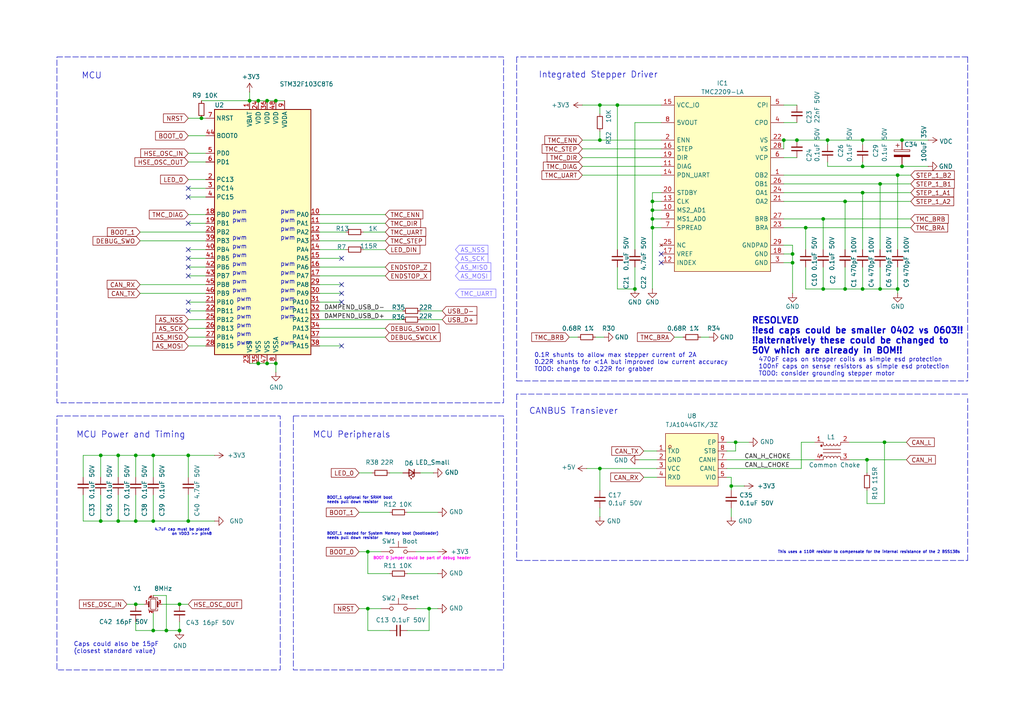
<source format=kicad_sch>
(kicad_sch (version 20250114) (generator "eeschema") (generator_version "9.0")
  (paper "A4")
  (title_block (title "MCU & ICS") (date "2021-10-17") (rev "0.0") (company "VORTAC DESIGN") (comment 1 "!! wip untested revesion !!") (comment 2 "Designed to be used with Klipper Firmware") (comment 3 "Canbus Networked Grabber Control Board") (comment 4 "-- VORTAC PCB --"))
  (rectangle (start 16.51 120.65) (end 81.28 194.31) (stroke (width 0) (type dash)))
  (rectangle (start 16.51 16.51) (end 146.05 116.84) (stroke (width 0) (type dash)))
  (rectangle (start 85.09 120.65) (end 146.05 194.31) (stroke (width 0) (type dash)))
  (text "pwm" (at 81.28 62.23 0) (effects (font (size 1.27 1.27)) (justify left bottom)))
  (text "pwm" (at 68.58 87.63 0) (effects (font (size 1.27 1.27)) (justify left bottom)))
  (text "pwm" (at 68.58 95.25 0) (effects (font (size 1.27 1.27)) (justify left bottom)))
  (text "pwm" (at 81.28 77.47 0) (effects (font (size 1.27 1.27)) (justify left bottom)))
  (text "RESOLVED\n!!esd caps could be smaller 0402 vs 0603!!\n!!alternatively these could be changed to \n50V which are already in BOM!!" (at 217.932 102.87 0) (effects (font (size 1.8034 1.8034) (thickness 0.3607) (bold yes)) (justify left bottom)))
  (text "pwm" (at 68.58 97.79 0) (effects (font (size 1.27 1.27)) (justify left bottom)))
  (text "0.1R shunts to allow max stepper current of 2A\n0.22R shunts for <1A but improved low current accuracy\nTODO: change to 0.22R for grabber" (at 154.94 107.95 0) (effects (font (size 1.27 1.27)) (justify left bottom)))
  (text "Caps could also be 15pF \n(closest standard value)" (at 21.336 189.738 0) (effects (font (size 1.27 1.27)) (justify left bottom)))
  (text "pwm" (at 68.58 92.71 0) (effects (font (size 1.27 1.27)) (justify left bottom)))
  (text "pwm" (at 67.31 77.47 0) (effects (font (size 1.27 1.27)) (justify left bottom)))
  (text "BOOT_1 optional for SRAM boot\nneeds pull down resistor" (at 94.742 144.018 0) (effects (font (size 0.7874 0.7874)) (justify left top)))
  (text "pwm" (at 81.28 92.71 0) (effects (font (size 1.27 1.27)) (justify left bottom)))
  (text "pwm" (at 67.31 85.09 0) (effects (font (size 1.27 1.27)) (justify left bottom)))
  (text "pwm" (at 67.31 62.23 0) (effects (font (size 1.27 1.27)) (justify left bottom)))
  (text "pwm" (at 68.58 90.17 0) (effects (font (size 1.27 1.27)) (justify left bottom)))
  (text "MCU Power and Timing" (at 22.098 127.254 0) (effects (font (size 1.8034 1.8034)) (justify left bottom)))
  (text "This uses a 110R resistor to compensate for the internal resistance of the 2 BSS138s" (at 225.552 159.766 0) (effects (font (size 0.7874 0.7874)) (justify left top)))
  (text "pwm" (at 67.31 74.93 0) (effects (font (size 1.27 1.27)) (justify left bottom)))
  (text "pwm" (at 81.28 80.01 0) (effects (font (size 1.27 1.27)) (justify left bottom)))
  (text "pwm" (at 68.58 100.33 0) (effects (font (size 1.27 1.27)) (justify left bottom)))
  (text "pwm" (at 67.31 80.01 0) (effects (font (size 1.27 1.27)) (justify left bottom)))
  (text "pwm" (at 81.28 87.63 0) (effects (font (size 1.27 1.27)) (justify left bottom)))
  (text "pwm" (at 81.28 85.09 0) (effects (font (size 1.27 1.27)) (justify left bottom)))
  (text "pwm" (at 81.28 64.77 0) (effects (font (size 1.27 1.27)) (justify left bottom)))
  (text "pwm" (at 81.28 69.85 0) (effects (font (size 1.27 1.27)) (justify left bottom)))
  (text "Integrated Stepper Driver" (at 156.21 22.86 0) (effects (font (size 1.8034 1.8034)) (justify left bottom)))
  (text "4.7uF cap must be placed \non VDD3 >> pin48" (at 61.468 155.448 0) (effects (font (size 0.7874 0.7874)) (justify right bottom)))
  (text "pwm" (at 67.31 69.85 0) (effects (font (size 1.27 1.27)) (justify left bottom)))
  (text "470pF caps on stepper coils as simple esd protection\n100nF caps on sense resistors as simple esd protection\nTODO: consider grounding stepper motor" (at 219.964 109.22 0) (effects (font (size 1.27 1.27)) (justify left bottom)))
  (text "pwm" (at 67.31 64.77 0) (effects (font (size 1.27 1.27)) (justify left bottom)))
  (text "BOOT 0 jumper could be part of debug header\n" (at 108.204 161.544 0) (effects (font (size 0.7874 0.7874)) (justify left top)))
  (text "pwm" (at 81.28 100.33 0) (effects (font (size 1.27 1.27)) (justify left bottom)))
  (text "MCU Peripherals" (at 90.678 127.254 0) (effects (font (size 1.8034 1.8034)) (justify left bottom)))
  (text "pwm" (at 81.28 82.55 0) (effects (font (size 1.27 1.27)) (justify left bottom)))
  (text "BOOT_1 needed for System Memory boot (bootloader)\nneeds pull down resistor" (at 94.742 154.432 0) (effects (font (size 0.7874 0.7874)) (justify left top)))
  (text "pwm" (at 67.31 82.55 0) (effects (font (size 1.27 1.27)) (justify left bottom)))
  (text "pwm" (at 81.28 67.31 0) (effects (font (size 1.27 1.27)) (justify left bottom)))
  (text "pwm" (at 81.28 90.17 0) (effects (font (size 1.27 1.27)) (justify left bottom)))
  (text "CANBUS Transiever" (at 153.416 120.396 0) (effects (font (size 1.8034 1.8034)) (justify left bottom)))
  (text "MCU" (at 23.622 23.114 0) (effects (font (size 1.8034 1.8034)) (justify left bottom)))
  (text "pwm" (at 67.31 72.39 0) (effects (font (size 1.27 1.27)) (justify left bottom)))
  (junction (at 245.11 58.42))
  (junction (at 227.33 40.64))
  (junction (at 233.68 66.04))
  (junction (at 54.61 132.08))
  (junction (at 74.93 105.41))
  (junction (at 179.07 30.48))
  (junction (at 173.99 30.48))
  (junction (at 39.37 132.08))
  (junction (at 240.03 40.64))
  (junction (at 173.99 135.89))
  (junction (at 72.39 29.21))
  (junction (at 52.07 175.26))
  (junction (at 54.61 151.13))
  (junction (at 229.87 73.66))
  (junction (at 48.26 182.88))
  (junction (at 238.76 63.5))
  (junction (at 29.21 151.13))
  (junction (at 245.11 83.82))
  (junction (at 250.19 40.64))
  (junction (at 251.46 133.35))
  (junction (at 52.07 182.88))
  (junction (at 106.68 176.53))
  (junction (at 184.15 83.82))
  (junction (at 261.62 40.64))
  (junction (at 29.21 132.08))
  (junction (at 80.01 105.41))
  (junction (at 74.93 29.21))
  (junction (at 44.45 132.08))
  (junction (at 189.23 66.04))
  (junction (at 189.23 60.96))
  (junction (at 34.29 132.08))
  (junction (at 256.54 128.27))
  (junction (at 255.27 53.34))
  (junction (at 173.99 40.64))
  (junction (at 44.45 151.13))
  (junction (at 189.23 63.5))
  (junction (at 39.37 151.13))
  (junction (at 39.37 175.26))
  (junction (at 250.19 55.88))
  (junction (at 229.87 76.2))
  (junction (at 189.23 58.42))
  (junction (at 34.29 151.13))
  (junction (at 238.76 83.82))
  (junction (at 260.35 83.82))
  (junction (at 58.42 34.29))
  (junction (at 231.14 40.64))
  (junction (at 44.45 182.88))
  (junction (at 213.36 128.27))
  (junction (at 77.47 105.41))
  (junction (at 77.47 29.21))
  (junction (at 250.19 83.82))
  (junction (at 106.68 160.02))
  (junction (at 255.27 83.82))
  (junction (at 124.46 176.53))
  (junction (at 260.35 50.8))
  (junction (at 80.01 29.21))
  (junction (at 212.09 140.97))
  (junction (at 250.19 48.26))
  (junction (at 261.62 48.26))
  (no_connect (at 99.06 74.93))
  (no_connect (at 99.06 85.09))
  (no_connect (at 99.06 87.63))
  (no_connect (at 191.77 73.66))
  (no_connect (at 99.06 82.55))
  (no_connect (at 54.61 64.77))
  (no_connect (at 54.61 57.15))
  (no_connect (at 54.61 54.61))
  (no_connect (at 54.61 87.63))
  (no_connect (at 54.61 74.93))
  (no_connect (at 54.61 90.17))
  (no_connect (at 191.77 76.2))
  (no_connect (at 54.61 72.39))
  (no_connect (at 99.06 100.33))
  (no_connect (at 54.61 80.01))
  (no_connect (at 54.61 77.47))
  (wire (pts (xy 191.77 55.88) (xy 189.23 55.88)))
  (wire (pts (xy 255.27 83.82) (xy 250.19 83.82)))
  (wire (pts (xy 120.65 160.02) (xy 127 160.02)))
  (wire (pts (xy 189.23 60.96) (xy 189.23 63.5)))
  (wire (pts (xy 92.71 100.33) (xy 99.06 100.33)))
  (wire (pts (xy 54.61 44.45) (xy 59.69 44.45)))
  (wire (pts (xy 250.19 48.26) (xy 261.62 48.26)))
  (wire (pts (xy 179.07 83.82) (xy 184.15 83.82)))
  (wire (pts (xy 54.61 46.99) (xy 59.69 46.99)))
  (wire (pts (xy 77.47 105.41) (xy 80.01 105.41)))
  (wire (pts (xy 24.13 138.43) (xy 24.13 132.08)))
  (wire (pts (xy 233.68 77.47) (xy 233.68 83.82)))
  (wire (pts (xy 227.33 40.64) (xy 231.14 40.64)))
  (wire (pts (xy 105.41 67.31) (xy 111.76 67.31)))
  (wire (pts (xy 54.61 87.63) (xy 59.69 87.63)))
  (wire (pts (xy 250.19 40.64) (xy 261.62 40.64)))
  (wire (pts (xy 111.76 77.47) (xy 92.71 77.47)))
  (wire (pts (xy 121.92 90.17) (xy 128.27 90.17)))
  (wire (pts (xy 255.27 53.34) (xy 264.16 53.34)))
  (wire (pts (xy 54.61 151.13) (xy 62.23 151.13)))
  (wire (pts (xy 173.99 147.32) (xy 173.99 149.86)))
  (wire (pts (xy 54.61 92.71) (xy 59.69 92.71)))
  (wire (pts (xy 92.71 90.17) (xy 116.84 90.17)))
  (wire (pts (xy 173.99 33.02) (xy 173.99 30.48)))
  (wire (pts (xy 48.26 172.72) (xy 48.26 182.88)))
  (wire (pts (xy 118.11 182.88) (xy 124.46 182.88)))
  (wire (pts (xy 36.83 175.26) (xy 39.37 175.26)))
  (wire (pts (xy 106.68 166.37) (xy 106.68 160.02)))
  (wire (pts (xy 58.42 29.21) (xy 72.39 29.21)))
  (wire (pts (xy 251.46 133.35) (xy 262.89 133.35)))
  (wire (pts (xy 238.76 83.82) (xy 233.68 83.82)))
  (wire (pts (xy 229.87 76.2) (xy 227.33 76.2)))
  (wire (pts (xy 44.45 151.13) (xy 54.61 151.13)))
  (wire (pts (xy 255.27 72.39) (xy 255.27 53.34)))
  (wire (pts (xy 173.99 40.64) (xy 191.77 40.64)))
  (wire (pts (xy 212.09 140.97) (xy 212.09 142.24)))
  (wire (pts (xy 212.09 140.97) (xy 212.09 138.43)))
  (wire (pts (xy 120.65 176.53) (xy 124.46 176.53)))
  (wire (pts (xy 179.07 30.48) (xy 179.07 72.39)))
  (wire (pts (xy 173.99 135.89) (xy 190.5 135.89)))
  (wire (pts (xy 190.5 130.81) (xy 186.69 130.81)))
  (wire (pts (xy 39.37 132.08) (xy 44.45 132.08)))
  (wire (pts (xy 233.68 66.04) (xy 233.68 72.39)))
  (wire (pts (xy 179.07 30.48) (xy 191.77 30.48)))
  (wire (pts (xy 260.35 85.09) (xy 260.35 83.82)))
  (wire (pts (xy 99.06 82.55) (xy 92.71 82.55)))
  (wire (pts (xy 92.71 62.23) (xy 111.76 62.23)))
  (wire (pts (xy 74.93 29.21) (xy 77.47 29.21)))
  (wire (pts (xy 54.61 90.17) (xy 59.69 90.17)))
  (wire (pts (xy 39.37 151.13) (xy 39.37 143.51)))
  (wire (pts (xy 124.46 182.88) (xy 124.46 176.53)))
  (wire (pts (xy 44.45 177.8) (xy 44.45 182.88)))
  (wire (pts (xy 34.29 138.43) (xy 34.29 132.08)))
  (wire (pts (xy 121.92 137.16) (xy 125.73 137.16)))
  (wire (pts (xy 80.01 105.41) (xy 80.01 107.95)))
  (wire (pts (xy 40.64 69.85) (xy 59.69 69.85)))
  (wire (pts (xy 238.76 77.47) (xy 238.76 83.82)))
  (polyline (pts (xy 280.67 16.51) (xy 280.67 110.49)) (stroke (width 0) (type dash)))
  (wire (pts (xy 92.71 85.09) (xy 99.06 85.09)))
  (wire (pts (xy 124.46 176.53) (xy 127 176.53)))
  (polyline (pts (xy 280.67 16.51) (xy 149.86 16.51)) (stroke (width 0) (type dash)))
  (wire (pts (xy 44.45 132.08) (xy 54.61 132.08)))
  (wire (pts (xy 168.91 45.72) (xy 191.77 45.72)))
  (wire (pts (xy 118.11 166.37) (xy 127 166.37)))
  (wire (pts (xy 189.23 83.82) (xy 189.23 66.04)))
  (wire (pts (xy 246.38 133.35) (xy 251.46 133.35)))
  (wire (pts (xy 251.46 146.05) (xy 256.54 146.05)))
  (wire (pts (xy 39.37 138.43) (xy 39.37 132.08)))
  (wire (pts (xy 232.41 135.89) (xy 210.82 135.89)))
  (wire (pts (xy 168.91 30.48) (xy 173.99 30.48)))
  (wire (pts (xy 168.91 40.64) (xy 173.99 40.64)))
  (wire (pts (xy 255.27 77.47) (xy 255.27 83.82)))
  (wire (pts (xy 54.61 97.79) (xy 59.69 97.79)))
  (wire (pts (xy 173.99 135.89) (xy 173.99 142.24)))
  (wire (pts (xy 168.91 43.18) (xy 191.77 43.18)))
  (wire (pts (xy 260.35 50.8) (xy 264.16 50.8)))
  (wire (pts (xy 238.76 63.5) (xy 238.76 72.39)))
  (wire (pts (xy 106.68 176.53) (xy 110.49 176.53)))
  (wire (pts (xy 184.15 35.56) (xy 191.77 35.56)))
  (wire (pts (xy 172.72 97.79) (xy 175.26 97.79)))
  (wire (pts (xy 245.11 58.42) (xy 245.11 72.39)))
  (wire (pts (xy 189.23 63.5) (xy 189.23 66.04)))
  (wire (pts (xy 250.19 46.99) (xy 250.19 48.26)))
  (wire (pts (xy 59.69 74.93) (xy 54.61 74.93)))
  (wire (pts (xy 24.13 143.51) (xy 24.13 151.13)))
  (wire (pts (xy 227.33 45.72) (xy 231.14 45.72)))
  (wire (pts (xy 189.23 58.42) (xy 191.77 58.42)))
  (wire (pts (xy 227.33 63.5) (xy 238.76 63.5)))
  (wire (pts (xy 260.35 83.82) (xy 255.27 83.82)))
  (wire (pts (xy 54.61 57.15) (xy 59.69 57.15)))
  (wire (pts (xy 212.09 140.97) (xy 215.9 140.97)))
  (wire (pts (xy 269.24 48.26) (xy 261.62 48.26)))
  (wire (pts (xy 46.99 175.26) (xy 52.07 175.26)))
  (wire (pts (xy 260.35 50.8) (xy 260.35 72.39)))
  (wire (pts (xy 189.23 63.5) (xy 191.77 63.5)))
  (wire (pts (xy 39.37 151.13) (xy 44.45 151.13)))
  (wire (pts (xy 92.71 74.93) (xy 99.06 74.93)))
  (wire (pts (xy 213.36 128.27) (xy 210.82 128.27)))
  (wire (pts (xy 233.68 66.04) (xy 264.16 66.04)))
  (wire (pts (xy 240.03 46.99) (xy 240.03 48.26)))
  (wire (pts (xy 54.61 77.47) (xy 59.69 77.47)))
  (wire (pts (xy 29.21 151.13) (xy 29.21 143.51)))
  (wire (pts (xy 34.29 151.13) (xy 39.37 151.13)))
  (wire (pts (xy 227.33 30.48) (xy 231.14 30.48)))
  (wire (pts (xy 48.26 182.88) (xy 52.07 182.88)))
  (wire (pts (xy 54.61 62.23) (xy 59.69 62.23)))
  (wire (pts (xy 40.64 85.09) (xy 59.69 85.09)))
  (wire (pts (xy 227.33 43.18) (xy 227.33 40.64)))
  (wire (pts (xy 189.23 58.42) (xy 189.23 60.96)))
  (wire (pts (xy 250.19 55.88) (xy 250.19 72.39)))
  (wire (pts (xy 256.54 128.27) (xy 256.54 146.05)))
  (wire (pts (xy 240.03 48.26) (xy 250.19 48.26)))
  (wire (pts (xy 59.69 80.01) (xy 54.61 80.01)))
  (wire (pts (xy 80.01 29.21) (xy 77.47 29.21)))
  (wire (pts (xy 34.29 151.13) (xy 34.29 143.51)))
  (wire (pts (xy 54.61 64.77) (xy 59.69 64.77)))
  (wire (pts (xy 80.01 29.21) (xy 82.55 29.21)))
  (polyline (pts (xy 280.67 114.3) (xy 149.86 114.3)) (stroke (width 0) (type dash)))
  (wire (pts (xy 54.61 34.29) (xy 58.42 34.29)))
  (wire (pts (xy 260.35 77.47) (xy 260.35 83.82)))
  (wire (pts (xy 113.03 182.88) (xy 106.68 182.88)))
  (polyline (pts (xy 149.86 114.3) (xy 149.86 162.56)) (stroke (width 0) (type dash)))
  (wire (pts (xy 54.61 151.13) (xy 54.61 143.51)))
  (wire (pts (xy 213.36 130.81) (xy 213.36 128.27)))
  (wire (pts (xy 44.45 182.88) (xy 48.26 182.88)))
  (wire (pts (xy 54.61 95.25) (xy 59.69 95.25)))
  (wire (pts (xy 229.87 73.66) (xy 227.33 73.66)))
  (wire (pts (xy 227.33 50.8) (xy 260.35 50.8)))
  (wire (pts (xy 113.03 166.37) (xy 106.68 166.37)))
  (wire (pts (xy 232.41 128.27) (xy 236.22 128.27)))
  (wire (pts (xy 104.14 137.16) (xy 107.95 137.16)))
  (polyline (pts (xy 149.86 162.56) (xy 280.67 162.56)) (stroke (width 0) (type dash)))
  (wire (pts (xy 40.64 82.55) (xy 59.69 82.55)))
  (wire (pts (xy 39.37 175.26) (xy 41.91 175.26)))
  (wire (pts (xy 198.12 97.79) (xy 195.58 97.79)))
  (wire (pts (xy 173.99 30.48) (xy 179.07 30.48)))
  (wire (pts (xy 54.61 52.07) (xy 59.69 52.07)))
  (wire (pts (xy 210.82 130.81) (xy 213.36 130.81)))
  (wire (pts (xy 229.87 71.12) (xy 229.87 73.66)))
  (wire (pts (xy 184.15 83.82) (xy 184.15 77.47)))
  (wire (pts (xy 44.45 151.13) (xy 44.45 143.51)))
  (wire (pts (xy 213.36 128.27) (xy 217.17 128.27)))
  (wire (pts (xy 44.45 172.72) (xy 48.26 172.72)))
  (wire (pts (xy 24.13 151.13) (xy 29.21 151.13)))
  (wire (pts (xy 210.82 138.43) (xy 212.09 138.43)))
  (wire (pts (xy 72.39 105.41) (xy 74.93 105.41)))
  (wire (pts (xy 72.39 26.67) (xy 72.39 29.21)))
  (wire (pts (xy 250.19 55.88) (xy 264.16 55.88)))
  (wire (pts (xy 245.11 58.42) (xy 264.16 58.42)))
  (wire (pts (xy 240.03 40.64) (xy 240.03 41.91)))
  (wire (pts (xy 29.21 132.08) (xy 34.29 132.08)))
  (wire (pts (xy 189.23 60.96) (xy 191.77 60.96)))
  (wire (pts (xy 92.71 69.85) (xy 111.76 69.85)))
  (wire (pts (xy 39.37 182.88) (xy 44.45 182.88)))
  (wire (pts (xy 232.41 128.27) (xy 232.41 135.89)))
  (wire (pts (xy 269.24 40.64) (xy 261.62 40.64)))
  (wire (pts (xy 58.42 34.29) (xy 59.69 34.29)))
  (wire (pts (xy 113.03 137.16) (xy 116.84 137.16)))
  (wire (pts (xy 54.61 100.33) (xy 59.69 100.33)))
  (wire (pts (xy 227.33 58.42) (xy 245.11 58.42)))
  (wire (pts (xy 92.71 95.25) (xy 111.76 95.25)))
  (wire (pts (xy 54.61 132.08) (xy 54.61 138.43)))
  (wire (pts (xy 210.82 133.35) (xy 236.22 133.35)))
  (wire (pts (xy 44.45 132.08) (xy 44.45 138.43)))
  (wire (pts (xy 231.14 35.56) (xy 227.33 35.56)))
  (wire (pts (xy 179.07 77.47) (xy 179.07 83.82)))
  (wire (pts (xy 250.19 77.47) (xy 250.19 83.82)))
  (wire (pts (xy 165.1 97.79) (xy 167.64 97.79)))
  (wire (pts (xy 189.23 55.88) (xy 189.23 58.42)))
  (wire (pts (xy 227.33 53.34) (xy 255.27 53.34)))
  (wire (pts (xy 246.38 128.27) (xy 256.54 128.27)))
  (wire (pts (xy 92.71 92.71) (xy 116.84 92.71)))
  (wire (pts (xy 92.71 72.39) (xy 100.33 72.39)))
  (wire (pts (xy 54.61 54.61) (xy 59.69 54.61)))
  (wire (pts (xy 99.06 87.63) (xy 92.71 87.63)))
  (wire (pts (xy 34.29 132.08) (xy 39.37 132.08)))
  (wire (pts (xy 245.11 83.82) (xy 238.76 83.82)))
  (wire (pts (xy 227.33 66.04) (xy 233.68 66.04)))
  (wire (pts (xy 173.99 38.1) (xy 173.99 40.64)))
  (wire (pts (xy 189.23 66.04) (xy 191.77 66.04)))
  (wire (pts (xy 92.71 97.79) (xy 111.76 97.79)))
  (wire (pts (xy 121.92 92.71) (xy 128.27 92.71)))
  (polyline (pts (xy 149.86 16.51) (xy 149.86 110.49)) (stroke (width 0) (type dash)))
  (wire (pts (xy 250.19 83.82) (xy 245.11 83.82)))
  (wire (pts (xy 52.07 175.26) (xy 54.61 175.26)))
  (wire (pts (xy 74.93 105.41) (xy 77.47 105.41)))
  (wire (pts (xy 40.64 67.31) (xy 59.69 67.31)))
  (wire (pts (xy 74.93 29.21) (xy 72.39 29.21)))
  (wire (pts (xy 231.14 40.64) (xy 240.03 40.64)))
  (wire (pts (xy 168.91 48.26) (xy 191.77 48.26)))
  (wire (pts (xy 212.09 147.32) (xy 212.09 149.86)))
  (wire (pts (xy 54.61 132.08) (xy 62.23 132.08)))
  (wire (pts (xy 240.03 40.64) (xy 250.19 40.64)))
  (wire (pts (xy 92.71 80.01) (xy 111.76 80.01)))
  (wire (pts (xy 251.46 133.35) (xy 251.46 137.16)))
  (wire (pts (xy 52.07 182.88) (xy 52.07 180.34)))
  (wire (pts (xy 24.13 132.08) (xy 29.21 132.08)))
  (wire (pts (xy 238.76 63.5) (xy 264.16 63.5)))
  (wire (pts (xy 229.87 73.66) (xy 229.87 76.2)))
  (wire (pts (xy 104.14 148.59) (xy 113.03 148.59)))
  (wire (pts (xy 184.15 35.56) (xy 184.15 72.39)))
  (wire (pts (xy 106.68 160.02) (xy 110.49 160.02)))
  (wire (pts (xy 170.18 135.89) (xy 173.99 135.89)))
  (wire (pts (xy 256.54 128.27) (xy 262.89 128.27)))
  (wire (pts (xy 92.71 67.31) (xy 100.33 67.31)))
  (wire (pts (xy 54.61 72.39) (xy 59.69 72.39)))
  (wire (pts (xy 227.33 71.12) (xy 229.87 71.12)))
  (wire (pts (xy 104.14 176.53) (xy 106.68 176.53)))
  (wire (pts (xy 227.33 55.88) (xy 250.19 55.88)))
  (polyline (pts (xy 280.67 162.56) (xy 280.67 115.57)) (stroke (width 0) (type dash)))
  (wire (pts (xy 185.42 133.35) (xy 190.5 133.35)))
  (wire (pts (xy 92.71 64.77) (xy 111.76 64.77)))
  (wire (pts (xy 205.74 97.79) (xy 203.2 97.79)))
  (wire (pts (xy 251.46 142.24) (xy 251.46 146.05)))
  (wire (pts (xy 54.61 39.37) (xy 59.69 39.37)))
  (wire (pts (xy 245.11 77.47) (xy 245.11 83.82)))
  (wire (pts (xy 29.21 138.43) (xy 29.21 132.08)))
  (wire (pts (xy 168.91 50.8) (xy 191.77 50.8)))
  (wire (pts (xy 29.21 151.13) (xy 34.29 151.13)))
  (wire (pts (xy 186.69 138.43) (xy 190.5 138.43)))
  (wire (pts (xy 105.41 72.39) (xy 111.76 72.39)))
  (wire (pts (xy 39.37 180.34) (xy 39.37 182.88)))
  (wire (pts (xy 106.68 182.88) (xy 106.68 176.53)))
  (wire (pts (xy 118.11 148.59) (xy 127 148.59)))
  (wire (pts (xy 229.87 76.2) (xy 229.87 85.09)))
  (wire (pts (xy 104.14 160.02) (xy 106.68 160.02)))
  (polyline (pts (xy 149.86 110.49) (xy 280.67 110.49)) (stroke (width 0) (type dash)))
  (wire (pts (xy 250.19 40.64) (xy 250.19 41.91)))
  (label "DAMPEND_USB_D+" (at 93.98 92.71 0))
  (label "CAN_L_CHOKE" (at 215.9 135.89 0))
  (label "CAN_H_CHOKE" (at 215.9 133.35 0))
  (label "DAMPEND_USB_D-" (at 93.98 90.17 0))
  (global_label "HSE_OSC_OUT" (shape input) (at 54.61 46.99 180) (property "Intersheetrefs" "${INTERSHEET_REFS}" (effects (hide yes))))
  (global_label "CAN_RX" (shape input) (at 186.69 138.43 180) (property "Intersheetrefs" "${INTERSHEET_REFS}" (effects (hide yes))))
  (global_label "CAN_H" (shape input) (at 262.89 133.35 0) (property "Intersheetrefs" "${INTERSHEET_REFS}" (effects (hide yes))))
  (global_label "AS_SCK" (shape input) (at 132.08 74.93 0) (property "Intersheetrefs" "${INTERSHEET_REFS}" (effects (hide yes))))
  (global_label "CAN_L" (shape input) (at 262.89 128.27 0) (property "Intersheetrefs" "${INTERSHEET_REFS}" (effects (hide yes))))
  (global_label "STEP_1_B2" (shape input) (at 264.16 50.8 0) (property "Intersheetrefs" "${INTERSHEET_REFS}" (effects (hide yes))))
  (global_label "LED_0" (shape input) (at 54.61 52.07 180) (property "Intersheetrefs" "${INTERSHEET_REFS}" (effects (hide yes))))
  (global_label "HSE_OSC_IN" (shape input) (at 54.61 44.45 180) (property "Intersheetrefs" "${INTERSHEET_REFS}" (effects (hide yes))))
  (global_label "HSE_OSC_OUT" (shape input) (at 54.61 175.26 0) (property "Intersheetrefs" "${INTERSHEET_REFS}" (effects (hide yes))))
  (global_label "ENDSTOP_Z" (shape input) (at 111.76 77.47 0) (property "Intersheetrefs" "${INTERSHEET_REFS}" (effects (hide yes))))
  (global_label "AS_NSS" (shape input) (at 132.08 72.39 0) (property "Intersheetrefs" "${INTERSHEET_REFS}" (effects (hide yes))))
  (global_label "STEP_1_A1" (shape input) (at 264.16 55.88 0) (property "Intersheetrefs" "${INTERSHEET_REFS}" (effects (hide yes))))
  (global_label "AS_MOSI" (shape input) (at 132.08 80.01 0) (property "Intersheetrefs" "${INTERSHEET_REFS}" (effects (hide yes))))
  (global_label "DEBUG_SWO" (shape input) (at 40.64 69.85 180) (property "Intersheetrefs" "${INTERSHEET_REFS}" (effects (hide yes))))
  (global_label "TMC_STEP" (shape input) (at 168.91 43.18 180) (property "Intersheetrefs" "${INTERSHEET_REFS}" (effects (hide yes))))
  (global_label "TMC_DIAG" (shape input) (at 168.91 48.26 180) (property "Intersheetrefs" "${INTERSHEET_REFS}" (effects (hide yes))))
  (global_label "USB_D+" (shape input) (at 128.27 92.71 0) (property "Intersheetrefs" "${INTERSHEET_REFS}" (effects (hide yes))))
  (global_label "BOOT_1" (shape input) (at 104.14 148.59 180) (property "Intersheetrefs" "${INTERSHEET_REFS}" (effects (hide yes))))
  (global_label "TMC_BRB" (shape input) (at 264.16 63.5 0) (property "Intersheetrefs" "${INTERSHEET_REFS}" (effects (hide yes))))
  (global_label "TMC_ENN" (shape input) (at 168.91 40.64 180) (property "Intersheetrefs" "${INTERSHEET_REFS}" (effects (hide yes))))
  (global_label "BOOT_1" (shape input) (at 40.64 67.31 180) (property "Intersheetrefs" "${INTERSHEET_REFS}" (effects (hide yes))))
  (global_label "TMC_ENN" (shape input) (at 111.76 62.23 0) (property "Intersheetrefs" "${INTERSHEET_REFS}" (effects (hide yes))))
  (global_label "TMC_DIR" (shape input) (at 111.76 64.77 0) (property "Intersheetrefs" "${INTERSHEET_REFS}" (effects (hide yes))))
  (global_label "TMC_STEP" (shape input) (at 111.76 69.85 0) (property "Intersheetrefs" "${INTERSHEET_REFS}" (effects (hide yes))))
  (global_label "TMC_BRA" (shape input) (at 195.58 97.79 180) (property "Intersheetrefs" "${INTERSHEET_REFS}" (effects (hide yes))))
  (global_label "BOOT_0" (shape input) (at 104.14 160.02 180) (property "Intersheetrefs" "${INTERSHEET_REFS}" (effects (hide yes))))
  (global_label "TMC_BRB" (shape input) (at 165.1 97.79 180) (property "Intersheetrefs" "${INTERSHEET_REFS}" (effects (hide yes))))
  (global_label "DEBUG_SWCLK" (shape input) (at 111.76 97.79 0) (property "Intersheetrefs" "${INTERSHEET_REFS}" (effects (hide yes))))
  (global_label "STEP_1_A2" (shape input) (at 264.16 58.42 0) (property "Intersheetrefs" "${INTERSHEET_REFS}" (effects (hide yes))))
  (global_label "TMC_UART" (shape input) (at 168.91 50.8 180) (property "Intersheetrefs" "${INTERSHEET_REFS}" (effects (hide yes))))
  (global_label "LED_DIN" (shape input) (at 111.76 72.39 0) (property "Intersheetrefs" "${INTERSHEET_REFS}" (effects (hide yes))))
  (global_label "NRST" (shape input) (at 104.14 176.53 180) (property "Intersheetrefs" "${INTERSHEET_REFS}" (effects (hide yes))))
  (global_label "CAN_RX" (shape input) (at 40.64 82.55 180) (property "Intersheetrefs" "${INTERSHEET_REFS}" (effects (hide yes))))
  (global_label "LED_0" (shape input) (at 104.14 137.16 180) (property "Intersheetrefs" "${INTERSHEET_REFS}" (effects (hide yes))))
  (global_label "ENDSTOP_X" (shape input) (at 111.76 80.01 0) (property "Intersheetrefs" "${INTERSHEET_REFS}" (effects (hide yes))))
  (global_label "NRST" (shape input) (at 54.61 34.29 180) (property "Intersheetrefs" "${INTERSHEET_REFS}" (effects (hide yes))))
  (global_label "AS_MOSI" (shape input) (at 54.61 100.33 180) (property "Intersheetrefs" "${INTERSHEET_REFS}" (effects (hide yes))))
  (global_label "USB_D-" (shape input) (at 128.27 90.17 0) (property "Intersheetrefs" "${INTERSHEET_REFS}" (effects (hide yes))))
  (global_label "BOOT_0" (shape input) (at 54.61 39.37 180) (property "Intersheetrefs" "${INTERSHEET_REFS}" (effects (hide yes))))
  (global_label "TMC_DIAG" (shape input) (at 54.61 62.23 180) (property "Intersheetrefs" "${INTERSHEET_REFS}" (effects (hide yes))))
  (global_label "CAN_TX" (shape input) (at 40.64 85.09 180) (property "Intersheetrefs" "${INTERSHEET_REFS}" (effects (hide yes))))
  (global_label "STEP_1_B1" (shape input) (at 264.16 53.34 0) (property "Intersheetrefs" "${INTERSHEET_REFS}" (effects (hide yes))))
  (global_label "AS_NSS" (shape input) (at 54.61 92.71 180) (property "Intersheetrefs" "${INTERSHEET_REFS}" (effects (hide yes))))
  (global_label "HSE_OSC_IN" (shape input) (at 36.83 175.26 180) (property "Intersheetrefs" "${INTERSHEET_REFS}" (effects (hide yes))))
  (global_label "AS_SCK" (shape input) (at 54.61 95.25 180) (property "Intersheetrefs" "${INTERSHEET_REFS}" (effects (hide yes))))
  (global_label "TMC_BRA" (shape input) (at 264.16 66.04 0) (property "Intersheetrefs" "${INTERSHEET_REFS}" (effects (hide yes))))
  (global_label "TMC_DIR" (shape input) (at 168.91 45.72 180) (property "Intersheetrefs" "${INTERSHEET_REFS}" (effects (hide yes))))
  (global_label "TMC_UART" (shape input) (at 132.08 85.09 0) (property "Intersheetrefs" "${INTERSHEET_REFS}" (effects (hide yes))))
  (global_label "TMC_UART" (shape input) (at 111.76 67.31 0) (property "Intersheetrefs" "${INTERSHEET_REFS}" (effects (hide yes))))
  (global_label "AS_MISO" (shape input) (at 54.61 97.79 180) (property "Intersheetrefs" "${INTERSHEET_REFS}" (effects (hide yes))))
  (global_label "DEBUG_SWDIO" (shape input) (at 111.76 95.25 0) (property "Intersheetrefs" "${INTERSHEET_REFS}" (effects (hide yes))))
  (global_label "CAN_TX" (shape input) (at 186.69 130.81 180) (property "Intersheetrefs" "${INTERSHEET_REFS}" (effects (hide yes))))
  (global_label "AS_MISO" (shape input) (at 132.08 77.47 0) (property "Intersheetrefs" "${INTERSHEET_REFS}" (effects (hide yes))))
  (symbol (lib_id "Vortac:STM32F103C8Tx-MCU_ST_STM32F1") (at 77.47 67.31 0) (unit 1)
    (property "Reference" "U2" (at 62.23 30.48 0) (effects (justify left)))
    (property "Value" "STM32F103C8T6" (at 88.9 24.384 0))
    (property "Footprint" "Package_QFP:LQFP-48_7x7mm_P0.5mm" (effects (hide yes)))
    (property "Datasheet" "https://www.lcsc.com/product-detail/ST-Microelectronics_STMicroelectronics-STM32F103C8T6_C8734.html" (effects (hide yes)))
    (property "LCSC" "C8734" (effects (hide yes)))
  )
  (symbol (lib_id "Device:C_Small") (at 24.13 140.97 180) (unit 1)
    (property "Reference" "C33" (at 26.67 149.86 90) (effects (justify right)))
    (property "Value" "0.1uF 50V" (at 26.67 144.78 90) (effects (justify right)))
    (property "Footprint" "Capacitor_SMD:C_0402_1005Metric" (effects (hide yes)))
    (property "Description" "Unpolarized capacitor, small symbol" (effects (hide yes)))
    (property "LCSC" "C5182432" (effects (hide yes)))
  )
  (symbol (lib_id "Device:C_Small") (at 54.61 140.97 180) (unit 1)
    (property "Reference" "C40" (at 57.15 149.86 90) (effects (justify right)))
    (property "Value" "4.7uF 50V" (at 57.15 144.78 90) (effects (justify right)))
    (property "Footprint" "Capacitor_SMD:C_0603_1608Metric" (effects (hide yes)))
    (property "Description" "Unpolarized capacitor, small symbol" (effects (hide yes)))
    (property "LCSC" "C513577" (effects (hide yes)))
    (property "notes" "could be higher" (effects (hide yes)))
  )
  (symbol (lib_id "Device:C_Small") (at 29.21 140.97 180) (unit 1)
    (property "Reference" "C36" (at 31.75 149.86 90) (effects (justify right)))
    (property "Value" "0.1uF 50V" (at 31.75 144.78 90) (effects (justify right)))
    (property "Footprint" "Capacitor_SMD:C_0402_1005Metric" (effects (hide yes)))
    (property "Description" "Unpolarized capacitor, small symbol" (effects (hide yes)))
    (property "LCSC" "C5182432" (effects (hide yes)))
  )
  (symbol (lib_id "Device:C_Small") (at 34.29 140.97 180) (unit 1)
    (property "Reference" "C37" (at 36.83 149.86 90) (effects (justify right)))
    (property "Value" "0.1uF 50V" (at 36.83 144.78 90) (effects (justify right)))
    (property "Footprint" "Capacitor_SMD:C_0402_1005Metric" (effects (hide yes)))
    (property "Description" "Unpolarized capacitor, small symbol" (effects (hide yes)))
    (property "LCSC" "C5182432" (effects (hide yes)))
  )
  (symbol (lib_id "Device:C_Small") (at 39.37 140.97 180) (unit 1)
    (property "Reference" "C38" (at 41.91 149.86 90) (effects (justify right)))
    (property "Value" "0.1uF 50V" (at 41.91 144.78 90) (effects (justify right)))
    (property "Footprint" "Capacitor_SMD:C_0402_1005Metric" (effects (hide yes)))
    (property "Description" "Unpolarized capacitor, small symbol" (effects (hide yes)))
    (property "LCSC" "C5182432" (effects (hide yes)))
  )
  (symbol (lib_id "power:GND") (at 212.09 149.86 0) (unit 1)
    (property "Reference" "#PWR122" (effects (hide yes)))
    (property "Value" "GND" (at 216.154 151.13 0))
    (property "Description" "Power symbol creates a global label with name \"GND\" , ground" (effects (hide yes)))
  )
  (symbol (lib_id "Device:C_Small") (at 212.09 144.78 0) (unit 1)
    (property "Reference" "C35" (at 214.4268 143.6116 0) (effects (justify left)))
    (property "Value" "0.1uF 50V" (at 214.4268 145.923 0) (effects (justify left)))
    (property "Footprint" "Capacitor_SMD:C_0402_1005Metric" (effects (hide yes)))
    (property "Description" "Unpolarized capacitor, small symbol" (effects (hide yes)))
    (property "LCSC" "C5182432" (effects (hide yes)))
  )
  (symbol (lib_id "Device:C_Small") (at 44.45 140.97 180) (unit 1)
    (property "Reference" "C39" (at 46.99 149.86 90) (effects (justify right)))
    (property "Value" "0.1uF 50V" (at 46.99 144.78 90) (effects (justify right)))
    (property "Footprint" "Capacitor_SMD:C_0402_1005Metric" (effects (hide yes)))
    (property "Description" "Unpolarized capacitor, small symbol" (effects (hide yes)))
    (property "LCSC" "C5182432" (effects (hide yes)))
  )
  (symbol (lib_id "power:GND") (at 62.23 151.13 90) (unit 1)
    (property "Reference" "#PWR123" (effects (hide yes)))
    (property "Value" "GND" (at 68.58 151.13 90))
    (property "Description" "Power symbol creates a global label with name \"GND\" , ground" (effects (hide yes)))
  )
  (symbol (lib_id "power:GND") (at 80.01 107.95 0) (unit 1)
    (property "Reference" "#PWR124" (effects (hide yes)))
    (property "Value" "GND" (at 80.137 112.3442 0))
    (property "Description" "Power symbol creates a global label with name \"GND\" , ground" (effects (hide yes)))
  )
  (symbol (lib_id "Device:Crystal_GND24_Small") (at 44.45 175.26 0) (unit 1)
    (property "Reference" "Y1" (at 38.608 170.688 0) (effects (justify left)))
    (property "Value" "8MHz" (at 44.704 170.688 0) (effects (justify left)))
    (property "Footprint" "Crystal:Crystal_SMD_3225-4Pin_3.2x2.5mm" (effects (hide yes)))
    (property "Datasheet" "https://www.lcsc.com/datasheet/lcsc_datasheet_2410121946_Lucki-L327S080D11L_C5261255.pdf" (effects (hide yes)))
    (property "Description" "Four pin crystal, GND on pins 2 and 4, small symbol" (effects (hide yes)))
    (property "LCSC" "C5261255" (effects (hide yes)))
  )
  (symbol (lib_id "Device:C_Small") (at 52.07 177.8 0) (unit 1)
    (property "Reference" "C43" (at 53.848 180.594 0) (effects (justify left)))
    (property "Value" "16pF 50V" (at 58.674 180.594 0) (effects (justify left)))
    (property "Footprint" "Capacitor_SMD:C_0402_1005Metric" (effects (hide yes)))
    (property "Description" "Unpolarized capacitor, small symbol" (effects (hide yes)))
    (property "LCSC" "C513591" (effects (hide yes)))
    (property "notes" "close to crystal" (effects (hide yes)))
  )
  (symbol (lib_id "Device:C_Small") (at 39.37 177.8 0) (unit 1)
    (property "Reference" "C42" (at 28.702 180.34 0) (effects (justify left)))
    (property "Value" "16pF 50V" (at 33.528 180.34 0) (effects (justify left)))
    (property "Footprint" "Capacitor_SMD:C_0402_1005Metric" (effects (hide yes)))
    (property "Description" "Unpolarized capacitor, small symbol" (effects (hide yes)))
    (property "LCSC" "C513591" (effects (hide yes)))
    (property "notes" "close to crystal" (effects (hide yes)))
  )
  (symbol (lib_id "Device:R_Small") (at 119.38 90.17 270) (unit 1)
    (property "Reference" "R35" (at 115.57 89.154 90))
    (property "Value" "22R" (at 123.444 89.154 90))
    (property "Footprint" "Resistor_SMD:R_0402_1005Metric" (effects (hide yes)))
    (property "Description" "Resistor, small symbol" (effects (hide yes)))
    (property "LCSC" "C6117700" (effects (hide yes)))
  )
  (symbol (lib_id "Device:R_Small") (at 119.38 92.71 270) (unit 1)
    (property "Reference" "R36" (at 115.57 91.948 90))
    (property "Value" "22R" (at 123.444 91.694 90))
    (property "Footprint" "Resistor_SMD:R_0402_1005Metric" (effects (hide yes)))
    (property "Description" "Resistor, small symbol" (effects (hide yes)))
    (property "LCSC" "C6117700 " (effects (hide yes)))
  )
  (symbol (lib_id "power:GND") (at 52.07 182.88 0) (unit 1)
    (property "Reference" "#PWR163" (effects (hide yes)))
    (property "Value" "GND" (at 52.197 187.2742 0))
    (property "Description" "Power symbol creates a global label with name \"GND\" , ground" (effects (hide yes)))
  )
  (symbol (lib_id "power:+3V3") (at 72.39 26.67 0) (unit 1)
    (property "Reference" "#PWR149" (effects (hide yes)))
    (property "Value" "+3V3" (at 72.771 22.2758 0))
    (property "Description" "Power symbol creates a global label with name \"+3V3\"" (effects (hide yes)))
  )
  (symbol (lib_id "power:+3V3") (at 62.23 132.08 270) (unit 1)
    (property "Reference" "#PWR151" (effects (hide yes)))
    (property "Value" "+3V3" (at 68.58 132.08 90))
    (property "Description" "Power symbol creates a global label with name \"+3V3\"" (effects (hide yes)))
  )
  (symbol (lib_id "power:+3V3") (at 215.9 140.97 270) (unit 1)
    (property "Reference" "#PWR153" (effects (hide yes)))
    (property "Value" "+3V3" (at 222.25 140.97 90))
    (property "Description" "Power symbol creates a global label with name \"+3V3\"" (effects (hide yes)))
  )
  (symbol (lib_id "power:VDC") (at 269.24 40.64 270) (unit 1)
    (property "Reference" "#PWR155" (effects (hide yes)))
    (property "Value" "VDC" (at 272.4912 41.021 90) (effects (justify left)))
  )
  (symbol (lib_id "power:+3V3") (at 168.91 30.48 90) (unit 1)
    (property "Reference" "#PWR156" (effects (hide yes)))
    (property "Value" "+3V3" (at 162.56 30.48 90))
    (property "Description" "Power symbol creates a global label with name \"+3V3\"" (effects (hide yes)))
  )
  (symbol (lib_id "Device:LED_Small") (at 119.38 137.16 180) (unit 1)
    (property "Reference" "D6" (at 118.618 134.366 0))
    (property "Value" "LED_Small" (at 125.476 134.112 0))
    (property "Footprint" "LED_SMD:LED_0402_1005Metric" (effects (hide yes)))
    (property "Datasheet" "https://www.lcsc.com/datasheet/lcsc_datasheet_2008201033_Foshan-NationStar-Optoelectronics-NCD0402B1_C130724.pdf" (effects (hide yes)))
    (property "Description" "Light emitting diode, small symbol" (effects (hide yes)))
    (property "LCSC" "C130724" (effects (hide yes)))
  )
  (symbol (lib_id "Device:R_Small") (at 110.49 137.16 270) (unit 1)
    (property "Reference" "R38" (at 107.95 134.112 90))
    (property "Value" "22R" (at 112.268 134.112 90))
    (property "Footprint" "Resistor_SMD:R_0402_1005Metric" (effects (hide yes)))
    (property "Description" "Resistor, small symbol" (effects (hide yes)))
    (property "LCSC" "C6117700 " (effects (hide yes)))
  )
  (symbol (lib_id "power:GND") (at 125.73 137.16 90) (unit 1)
    (property "Reference" "#PWR162" (effects (hide yes)))
    (property "Value" "GND" (at 128.9812 137.033 90) (effects (justify right)))
    (property "Description" "Power symbol creates a global label with name \"GND\" , ground" (effects (hide yes)))
  )
  (symbol (lib_id "Device:R_Small") (at 170.18 97.79 270) (unit 1)
    (property "Reference" "R30" (at 176.53 95.25 90))
    (property "Value" "0.68R 1%" (at 167.64 95.25 90))
    (property "Footprint" "Resistor_SMD:R_0805_2012Metric" (effects (hide yes)))
    (property "Description" "Resistor, small symbol" (effects (hide yes)))
    (property "LCSC" "C912570" (effects (hide yes)))
    (property "notes" "TODO evaluate Motor Current" (effects (hide yes)))
  )
  (symbol (lib_id "Device:C_Small") (at 231.14 33.02 0) (unit 1)
    (property "Reference" "C23" (at 234.696 32.004 90) (effects (justify right)))
    (property "Value" "22nF 50V" (at 236.982 26.416 90) (effects (justify right)))
    (property "Footprint" "Capacitor_SMD:C_0402_1005Metric" (effects (hide yes)))
    (property "Description" "Unpolarized capacitor, small symbol" (effects (hide yes)))
    (property "LCSC" "C107026" (effects (hide yes)))
    (property "notes" "50V 10% X7R" (effects (hide yes)))
  )
  (symbol (lib_id "Device:R_Small") (at 200.66 97.79 270) (unit 1)
    (property "Reference" "R34" (at 207.01 95.25 90))
    (property "Value" "0.68R 1%" (at 198.12 95.25 90))
    (property "Footprint" "Resistor_SMD:R_0805_2012Metric" (effects (hide yes)))
    (property "Description" "Resistor, small symbol" (effects (hide yes)))
    (property "LCSC" "C912570" (effects (hide yes)))
    (property "notes" "TODO evaluate Motor Current" (effects (hide yes)))
  )
  (symbol (lib_id "power:GND") (at 205.74 97.79 90) (unit 1)
    (property "Reference" "#PWR119" (effects (hide yes)))
    (property "Value" "GND" (at 210.82 97.79 90))
    (property "Description" "Power symbol creates a global label with name \"GND\" , ground" (effects (hide yes)))
  )
  (symbol (lib_id "power:GND") (at 175.26 97.79 90) (unit 1)
    (property "Reference" "#PWR118" (effects (hide yes)))
    (property "Value" "GND" (at 180.34 97.79 90))
    (property "Description" "Power symbol creates a global label with name \"GND\" , ground" (effects (hide yes)))
  )
  (symbol (lib_id "power:GND") (at 229.87 85.09 0) (unit 1)
    (property "Reference" "#PWR112" (effects (hide yes)))
    (property "Value" "GND" (at 229.87 88.9 0))
    (property "Description" "Power symbol creates a global label with name \"GND\" , ground" (effects (hide yes)))
  )
  (symbol (lib_id "Vortac:TMC2209-LA") (at 209.55 54.61 0) (unit 1)
    (property "Reference" "IC1" (at 209.55 24.13 0))
    (property "Value" "TMC2209-LA" (at 209.55 26.67 0))
    (property "Footprint" "Vortac:tmc_2209_package" (effects (hide yes)))
    (property "Datasheet" "https://www.lcsc.com/product-detail/Motor-Driver-ICs_TRINAMIC-Motion-Control-GmbH-TMC2209-LA_C465949.html" (effects (hide yes)))
    (property "Description" "MOTOR DRIVER, -40 TO 125DEG C; Motor Type:Stepper; No. of Outputs:1Outputs; Output Current:-; Output Voltage:-; Driver Case Style:QFN; No. of Pins:28Pins; Supply Voltage Min:4.75V; Supply Voltage Max:29V; Product Range:- RoHS Compliant: Yes" (effects (hide yes)))
    (property "LCSC" "C2150710" (effects (hide yes)))
  )
  (symbol (lib_id "power:GND") (at 189.23 83.82 0) (unit 1)
    (property "Reference" "#PWR113" (effects (hide yes)))
    (property "Value" "GND" (at 189.23 87.63 0))
    (property "Description" "Power symbol creates a global label with name \"GND\" , ground" (effects (hide yes)))
  )
  (symbol (lib_id "power:GND") (at 269.24 48.26 90) (unit 1)
    (property "Reference" "#PWR114" (effects (hide yes)))
    (property "Value" "GND" (at 274.32 48.26 90))
    (property "Description" "Power symbol creates a global label with name \"GND\" , ground" (effects (hide yes)))
  )
  (symbol (lib_id "Device:C_Small") (at 240.03 44.45 180) (unit 1)
    (property "Reference" "C26" (at 243.84 45.72 90) (effects (justify right)))
    (property "Value" "0.1uF 50V" (at 246.38 46.99 90) (effects (justify right)))
    (property "Footprint" "Capacitor_SMD:C_0402_1005Metric" (effects (hide yes)))
    (property "Description" "Unpolarized capacitor, small symbol" (effects (hide yes)))
    (property "LCSC" "C5182432" (effects (hide yes)))
  )
  (symbol (lib_id "Device:C_Small") (at 250.19 44.45 180) (unit 1)
    (property "Reference" "C29" (at 254 45.72 90) (effects (justify right)))
    (property "Value" "0.1uF 50V" (at 256.54 46.99 90) (effects (justify right)))
    (property "Footprint" "Capacitor_SMD:C_0402_1005Metric" (effects (hide yes)))
    (property "Description" "Unpolarized capacitor, small symbol" (effects (hide yes)))
    (property "LCSC" "C5182432" (effects (hide yes)))
  )
  (symbol (lib_id "Vortac:CP-Device") (at 261.62 44.45 0) (unit 1)
    (property "Reference" "C34" (at 262.255 41.91 0) (effects (justify left)))
    (property "Value" "100uF 35V" (at 267.97 46.99 90) (effects (justify left)))
    (property "Footprint" "Capacitor_SMD:CP_Elec_6.3x7.7" (effects (hide yes)))
    (property "Datasheet" "https://www.lcsc.com/datasheet/lcsc_datasheet_2410121335_HRK-GVZ1V107M0608CNVC_C2983388.pdf" (effects (hide yes)))
    (property "F1" "Capacitor_SMD:CP_Elec_6.3x5.8 / 8x10" (effects (hide yes)))
    (property "LCSC" "C2983388 " (effects (hide yes)))
  )
  (symbol (lib_id "Device:C_Small") (at 231.14 43.18 180) (unit 1)
    (property "Reference" "C24" (at 234.696 46.99 90) (effects (justify right)))
    (property "Value" "0.1uF 50V" (at 236.982 46.99 90) (effects (justify right)))
    (property "Footprint" "Capacitor_SMD:C_0402_1005Metric" (effects (hide yes)))
    (property "Description" "Unpolarized capacitor, small symbol" (effects (hide yes)))
    (property "LCSC" "C5182432" (effects (hide yes)))
  )
  (symbol (lib_id "Device:R_Small") (at 173.99 35.56 180) (unit 1)
    (property "Reference" "R32" (at 176.53 38.1 90) (effects (justify left)))
    (property "Value" "10K" (at 176.53 31.75 90) (effects (justify left)))
    (property "Footprint" "Resistor_SMD:R_0402_1005Metric" (effects (hide yes)))
    (property "Description" "Resistor, small symbol" (effects (hide yes)))
    (property "LCSC" "C60490" (effects (hide yes)))
  )
  (symbol (lib_id "Device:C_Small") (at 179.07 74.93 0) (unit 1)
    (property "Reference" "C21" (at 181.61 80.01 90) (effects (justify right)))
    (property "Value" "0.1uF 50V" (at 181.61 68.58 90) (effects (justify right)))
    (property "Footprint" "Capacitor_SMD:C_0402_1005Metric" (effects (hide yes)))
    (property "Description" "Unpolarized capacitor, small symbol" (effects (hide yes)))
    (property "LCSC" "C5182432" (effects (hide yes)))
  )
  (symbol (lib_id "Device:C_Small") (at 184.15 74.93 0) (unit 1)
    (property "Reference" "C22" (at 186.69 80.01 90) (effects (justify right)))
    (property "Value" "4.7uF 50V" (at 186.69 68.58 90) (effects (justify right)))
    (property "Footprint" "Capacitor_SMD:C_0603_1608Metric" (effects (hide yes)))
    (property "Description" "Unpolarized capacitor, small symbol" (effects (hide yes)))
    (property "LCSC" "C513577" (effects (hide yes)))
  )
  (symbol (lib_id "power:GND") (at 184.15 83.82 0) (unit 1)
    (property "Reference" "#PWR115" (effects (hide yes)))
    (property "Value" "GND" (at 184.15 87.63 0))
    (property "Description" "Power symbol creates a global label with name \"GND\" , ground" (effects (hide yes)))
  )
  (symbol (lib_id "Device:C_Small") (at 233.68 74.93 0) (unit 1)
    (property "Reference" "C10" (at 236.22 79.248 90) (effects (justify right)))
    (property "Value" "0.1uF 50V" (at 236.22 68.58 90) (effects (justify right)))
    (property "Footprint" "Capacitor_SMD:C_0402_1005Metric" (effects (hide yes)))
    (property "Description" "Unpolarized capacitor, small symbol" (effects (hide yes)))
    (property "LCSC" "C5182432" (effects (hide yes)))
  )
  (symbol (lib_id "power:GND") (at 127 176.53 90) (unit 1)
    (property "Reference" "#PWR17" (effects (hide yes)))
    (property "Value" "GND" (at 130.2512 176.403 90) (effects (justify right)))
    (property "Description" "Power symbol creates a global label with name \"GND\" , ground" (effects (hide yes)))
  )
  (symbol (lib_id "Device:C_Small") (at 260.35 74.93 0) (unit 1)
    (property "Reference" "C9" (at 262.89 80.772 90) (effects (justify right)))
    (property "Value" "470pF 100V" (at 262.89 68.58 90) (effects (justify right)))
    (property "Footprint" "Capacitor_SMD:C_0603_1608Metric" (effects (hide yes)))
    (property "Description" "Unpolarized capacitor, small symbol" (effects (hide yes)))
    (property "LCSC" "C326973" (effects (hide yes)))
    (property "notes" "NP0 better than X7R" (effects (hide yes)))
  )
  (symbol (lib_id "Device:C_Small") (at 115.57 182.88 90) (unit 1)
    (property "Reference" "C13" (at 108.966 179.832 90) (effects (justify right)))
    (property "Value" "0.1uF 50V" (at 113.538 179.832 90) (effects (justify right)))
    (property "Footprint" "Capacitor_SMD:C_0402_1005Metric" (effects (hide yes)))
    (property "Description" "Unpolarized capacitor, small symbol" (effects (hide yes)))
    (property "LCSC" "C5182432" (effects (hide yes)))
  )
  (symbol (lib_id "power:GND") (at 173.99 149.86 0) (unit 1)
    (property "Reference" "#PWR25" (effects (hide yes)))
    (property "Value" "GND" (at 178.054 151.13 0))
    (property "Description" "Power symbol creates a global label with name \"GND\" , ground" (effects (hide yes)))
  )
  (symbol (lib_id "Device:C_Small") (at 255.27 74.93 0) (unit 1)
    (property "Reference" "C6" (at 257.81 80.772 90) (effects (justify right)))
    (property "Value" "470pF 100V" (at 257.81 68.58 90) (effects (justify right)))
    (property "Footprint" "Capacitor_SMD:C_0603_1608Metric" (effects (hide yes)))
    (property "Description" "Unpolarized capacitor, small symbol" (effects (hide yes)))
    (property "LCSC" "C326973" (effects (hide yes)))
    (property "notes" "NP0 better than X7R" (effects (hide yes)))
  )
  (symbol (lib_id "Device:R_Small") (at 102.87 72.39 270) (unit 1)
    (property "Reference" "R7" (at 99.06 71.628 90))
    (property "Value" "115R" (at 106.934 71.374 90))
    (property "Footprint" "Resistor_SMD:R_0402_1005Metric" (effects (hide yes)))
    (property "Description" "Resistor, small symbol" (effects (hide yes)))
    (property "LCSC" "C295872" (effects (hide yes)))
  )
  (symbol (lib_id "Device:R_Small") (at 58.42 31.75 180) (unit 1)
    (property "Reference" "R9" (at 58.42 27.686 0) (effects (justify left)))
    (property "Value" "10K" (at 63.246 27.686 0) (effects (justify left)))
    (property "Footprint" "Resistor_SMD:R_0402_1005Metric" (effects (hide yes)))
    (property "Description" "Resistor, small symbol" (effects (hide yes)))
    (property "LCSC" "C60490" (effects (hide yes)))
  )
  (symbol (lib_id "power:GND") (at 260.35 85.09 0) (unit 1)
    (property "Reference" "#PWR13" (effects (hide yes)))
    (property "Value" "GND" (at 260.35 88.9 0))
    (property "Description" "Power symbol creates a global label with name \"GND\" , ground" (effects (hide yes)))
  )
  (symbol (lib_id "power:+3V3") (at 127 160.02 270) (unit 1)
    (property "Reference" "#PWR15" (effects (hide yes)))
    (property "Value" "+3V3" (at 133.35 160.02 90))
    (property "Description" "Power symbol creates a global label with name \"+3V3\"" (effects (hide yes)))
  )
  (symbol (lib_id "Device:R_Small") (at 115.57 148.59 90) (unit 1)
    (property "Reference" "R12" (at 115.062 146.304 90) (effects (justify left)))
    (property "Value" "10K" (at 119.634 146.304 90) (effects (justify left)))
    (property "Footprint" "Resistor_SMD:R_0402_1005Metric" (effects (hide yes)))
    (property "Description" "Resistor, small symbol" (effects (hide yes)))
    (property "LCSC" "C60490" (effects (hide yes)))
  )
  (symbol (lib_id "Device:C_Small") (at 245.11 74.93 0) (unit 1)
    (property "Reference" "C1" (at 247.65 80.772 90) (effects (justify right)))
    (property "Value" "470pF 100V" (at 247.65 68.58 90) (effects (justify right)))
    (property "Footprint" "Capacitor_SMD:C_0603_1608Metric" (effects (hide yes)))
    (property "Description" "Unpolarized capacitor, small symbol" (effects (hide yes)))
    (property "LCSC" "C326973" (effects (hide yes)))
    (property "notes" "NP0 better than X7R" (effects (hide yes)))
  )
  (symbol (lib_id "Vortac:TJA1044GTK_3Z") (at 200.66 133.35 0) (unit 1)
    (property "Reference" "U8" (at 200.66 120.65 0))
    (property "Value" "TJA1044GTK/3Z" (at 200.66 123.19 0))
    (property "Footprint" "Vortac:HVSON-8-1EP_3x3mm_P0.65mm_EP1.6x2.4mm" (effects (hide yes)))
    (property "Datasheet" "https://www.nxp.com/docs/en/data-sheet/TJA1044.pdf" (effects (hide yes)))
    (property "LCSC" "C2157795" (effects (hide yes)))
  )
  (symbol (lib_id "Device:R_Small") (at 102.87 67.31 90) (unit 1)
    (property "Reference" "R13" (at 99.314 66.294 90))
    (property "Value" "1K" (at 108.204 66.294 90))
    (property "Footprint" "Resistor_SMD:R_0402_1005Metric" (effects (hide yes)))
    (property "Description" "Resistor, small symbol" (effects (hide yes)))
    (property "LCSC" "C106235" (effects (hide yes)))
  )
  (symbol (lib_id "power:GND") (at 217.17 128.27 90) (unit 1)
    (property "Reference" "#PWR24" (effects (hide yes)))
    (property "Value" "GND" (at 220.4212 128.143 90) (effects (justify right)))
    (property "Description" "Power symbol creates a global label with name \"GND\" , ground" (effects (hide yes)))
  )
  (symbol (lib_id "Switch:SW_Push") (at 115.57 176.53 0) (unit 1)
    (property "Reference" "SW2" (at 112.776 173.482 0))
    (property "Value" "Reset" (at 118.872 173.228 0))
    (property "Footprint" "Vortac:KEY-SMD_B3U-1000PM" (effects (hide yes)))
    (property "Datasheet" "https://www.lcsc.com/datasheet/lcsc_datasheet_2504101957_Omron-Electronics-B3U-1000P_C231329.pdf" (effects (hide yes)))
    (property "Description" "Push button switch, generic, two pins" (effects (hide yes)))
    (property "LCSC" "C231329" (effects (hide yes)))
  )
  (symbol (lib_id "power:+5V") (at 170.18 135.89 90) (unit 1)
    (property "Reference" "#PWR22" (effects (hide yes)))
    (property "Value" "+5V" (at 166.9288 135.509 90) (effects (justify left)))
    (property "Description" "Power symbol creates a global label with name \"+5V\"" (effects (hide yes)))
  )
  (symbol (lib_id "Filter:Choke_Wurth_WE-CNSW_744232090") (at 241.3 130.81 0) (unit 1)
    (property "Reference" "L1" (at 241.046 126.746 0))
    (property "Value" "Common Choke" (at 242.062 134.874 0))
    (property "Footprint" "Vortac:L_CommonModeChoke_Coilcraft_0805USB" (effects (hide yes)))
    (property "Datasheet" "https://www.lcsc.com/datasheet/lcsc_datasheet_2412201235_TDK-ACM2012-201-2P-T001_C383338.pdf" (effects (hide yes)))
    (property "LCSC" "C3029267" (effects (hide yes)))
  )
  (symbol (lib_id "Switch:SW_Push") (at 115.57 160.02 0) (unit 1)
    (property "Reference" "SW1" (at 112.776 156.972 0))
    (property "Value" "Boot" (at 118.872 156.972 0))
    (property "Footprint" "Vortac:KEY-SMD_B3U-1000PM" (effects (hide yes)))
    (property "Datasheet" "https://www.lcsc.com/datasheet/lcsc_datasheet_2504101957_Omron-Electronics-B3U-1000P_C231329.pdf" (effects (hide yes)))
    (property "Description" "Push button switch, generic, two pins" (effects (hide yes)))
    (property "LCSC" "C231329" (effects (hide yes)))
  )
  (symbol (lib_id "Device:C_Small") (at 173.99 144.78 0) (unit 1)
    (property "Reference" "C17" (at 176.3268 143.6116 0) (effects (justify left)))
    (property "Value" "0.1uF 50V" (at 176.3268 145.923 0) (effects (justify left)))
    (property "Footprint" "Capacitor_SMD:C_0402_1005Metric" (effects (hide yes)))
    (property "Description" "Unpolarized capacitor, small symbol" (effects (hide yes)))
    (property "LCSC" "C5182432" (effects (hide yes)))
  )
  (symbol (lib_id "Device:R_Small") (at 115.57 166.37 90) (unit 1)
    (property "Reference" "R11" (at 115.062 164.084 90) (effects (justify left)))
    (property "Value" "10K" (at 119.634 164.084 90) (effects (justify left)))
    (property "Footprint" "Resistor_SMD:R_0402_1005Metric" (effects (hide yes)))
    (property "Description" "Resistor, small symbol" (effects (hide yes)))
    (property "LCSC" "C60490" (effects (hide yes)))
  )
  (symbol (lib_id "Device:R_Small") (at 251.46 139.7 0) (unit 1)
    (property "Reference" "R10" (at 253.746 145.034 90) (effects (justify left)))
    (property "Value" "115R" (at 253.746 140.462 90) (effects (justify left)))
    (property "Footprint" "Resistor_SMD:R_0402_1005Metric" (effects (hide yes)))
    (property "Description" "Resistor, small symbol" (effects (hide yes)))
    (property "LCSC" "C295872" (effects (hide yes)))
    (property "notes" "hard to calculate make jumpable 120 Ohm ? " (effects (hide yes)))
  )
  (symbol (lib_id "power:GND") (at 185.42 133.35 270) (unit 1)
    (property "Reference" "#PWR23" (effects (hide yes)))
    (property "Value" "GND" (at 182.1688 133.477 90) (effects (justify right)))
    (property "Description" "Power symbol creates a global label with name \"GND\" , ground" (effects (hide yes)))
  )
  (symbol (lib_id "Device:C_Small") (at 250.19 74.93 0) (unit 1)
    (property "Reference" "C4" (at 252.73 80.772 90) (effects (justify right)))
    (property "Value" "470pF 100V" (at 252.73 68.58 90) (effects (justify right)))
    (property "Footprint" "Capacitor_SMD:C_0603_1608Metric" (effects (hide yes)))
    (property "Description" "Unpolarized capacitor, small symbol" (effects (hide yes)))
    (property "LCSC" "C326973" (effects (hide yes)))
    (property "notes" "NP0 better than X7R" (effects (hide yes)))
  )
  (symbol (lib_id "power:GND") (at 127 148.59 90) (unit 1)
    (property "Reference" "#PWR18" (effects (hide yes)))
    (property "Value" "GND" (at 130.2512 148.463 90) (effects (justify right)))
    (property "Description" "Power symbol creates a global label with name \"GND\" , ground" (effects (hide yes)))
  )
  (symbol (lib_id "power:GND") (at 127 166.37 90) (unit 1)
    (property "Reference" "#PWR16" (effects (hide yes)))
    (property "Value" "GND" (at 130.2512 166.243 90) (effects (justify right)))
    (property "Description" "Power symbol creates a global label with name \"GND\" , ground" (effects (hide yes)))
  )
  (symbol (lib_id "Device:C_Small") (at 238.76 74.93 0) (unit 1)
    (property "Reference" "C2" (at 241.554 79.756 90) (effects (justify right)))
    (property "Value" "0.1uF 50V" (at 241.3 68.58 90) (effects (justify right)))
    (property "Footprint" "Capacitor_SMD:C_0402_1005Metric" (effects (hide yes)))
    (property "Description" "Unpolarized capacitor, small symbol" (effects (hide yes)))
    (property "LCSC" "C5182432" (effects (hide yes)))
  )
)
</source>
